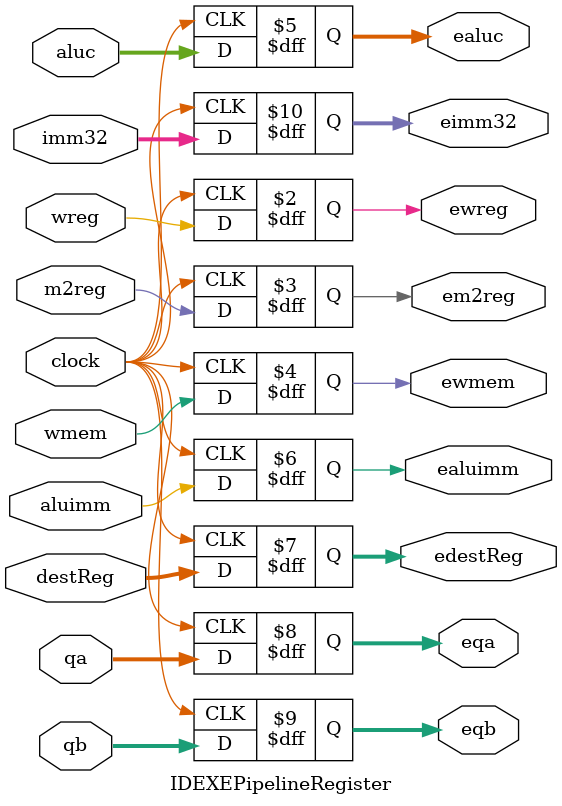
<source format=v>
`timescale 1ns / 1ps

module IDEXEPipelineRegister(input wreg, input m2reg, input wmem, input [3:0] aluc, input aluimm, input [4:0] destReg, input [31:0] qa, input [31:0] qb, input [31:0] imm32, input clock, output reg ewreg, output reg em2reg, output reg ewmem, output reg [3:0] ealuc, output reg ealuimm, output reg [4:0] edestReg, output reg [31:0] eqa, output reg [31:0] eqb, output reg [31:0] eimm32);
    always @ (posedge clock) begin
        ewreg = wreg;
        em2reg = m2reg;
        ewmem = wmem;
        ealuc[3:0] = aluc[3:0];
        ealuimm = aluimm;
        edestReg[4:0] = destReg[4:0];
        eqa[31:0] = qa[31:0];
        eqb[31:0] = qb[31:0];
        eimm32[31:0] = imm32[31:0];
    end
endmodule
</source>
